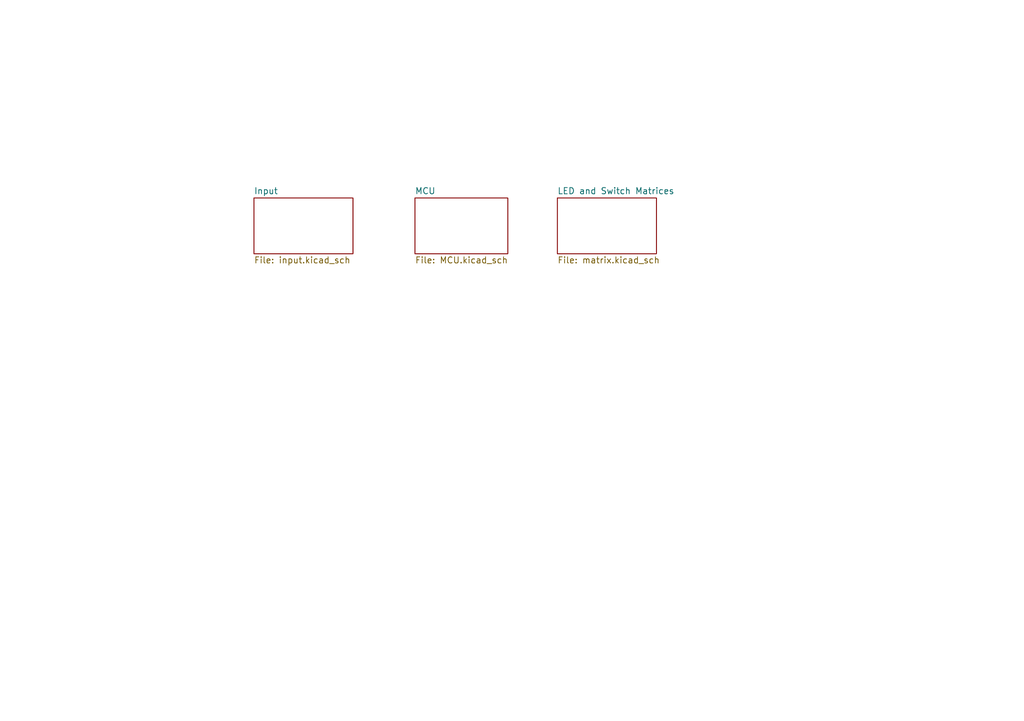
<source format=kicad_sch>
(kicad_sch
	(version 20231120)
	(generator "eeschema")
	(generator_version "8.0")
	(uuid "4030cca7-4143-4a46-b7cb-2a5e25ae33b5")
	(paper "A5")
	(lib_symbols)
	(sheet
		(at 52.07 40.64)
		(size 20.32 11.43)
		(fields_autoplaced yes)
		(stroke
			(width 0.1524)
			(type solid)
		)
		(fill
			(color 0 0 0 0.0000)
		)
		(uuid "5e03270c-3396-421c-9f05-2b4476148f77")
		(property "Sheetname" "Input"
			(at 52.07 39.9284 0)
			(effects
				(font
					(size 1.27 1.27)
				)
				(justify left bottom)
			)
		)
		(property "Sheetfile" "input.kicad_sch"
			(at 52.07 52.6546 0)
			(effects
				(font
					(size 1.27 1.27)
				)
				(justify left top)
			)
		)
		(instances
			(project "yaqubs_keyboard"
				(path "/4030cca7-4143-4a46-b7cb-2a5e25ae33b5"
					(page "2")
				)
			)
		)
	)
	(sheet
		(at 85.09 40.64)
		(size 19.05 11.43)
		(fields_autoplaced yes)
		(stroke
			(width 0.1524)
			(type solid)
		)
		(fill
			(color 0 0 0 0.0000)
		)
		(uuid "b734b11c-28b1-4ee0-8b24-a15ea45667e9")
		(property "Sheetname" "MCU"
			(at 85.09 39.9284 0)
			(effects
				(font
					(size 1.27 1.27)
				)
				(justify left bottom)
			)
		)
		(property "Sheetfile" "MCU.kicad_sch"
			(at 85.09 52.6546 0)
			(effects
				(font
					(size 1.27 1.27)
				)
				(justify left top)
			)
		)
		(instances
			(project "yaqubs_keyboard"
				(path "/4030cca7-4143-4a46-b7cb-2a5e25ae33b5"
					(page "3")
				)
			)
		)
	)
	(sheet
		(at 114.3 40.64)
		(size 20.32 11.43)
		(fields_autoplaced yes)
		(stroke
			(width 0.1524)
			(type solid)
		)
		(fill
			(color 0 0 0 0.0000)
		)
		(uuid "f4b41907-585e-4c83-87ed-5f601fb9686b")
		(property "Sheetname" "LED and Switch Matrices"
			(at 114.3 39.9284 0)
			(effects
				(font
					(size 1.27 1.27)
				)
				(justify left bottom)
			)
		)
		(property "Sheetfile" "matrix.kicad_sch"
			(at 114.3 52.6546 0)
			(effects
				(font
					(size 1.27 1.27)
				)
				(justify left top)
			)
		)
		(instances
			(project "yaqubs_keyboard"
				(path "/4030cca7-4143-4a46-b7cb-2a5e25ae33b5"
					(page "4")
				)
			)
		)
	)
	(sheet_instances
		(path "/"
			(page "1")
		)
	)
)

</source>
